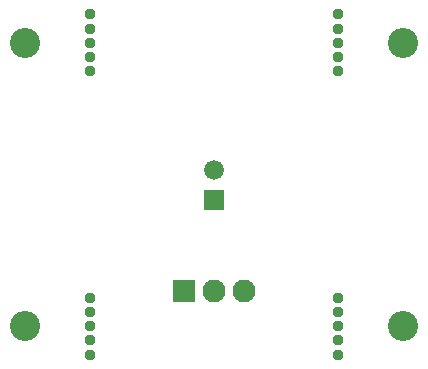
<source format=gbr>
%TF.GenerationSoftware,Altium Limited,Altium Designer,23.6.0 (18)*%
G04 Layer_Color=16711935*
%FSLAX45Y45*%
%MOMM*%
%TF.SameCoordinates,57B8E715-CDE8-4F81-9698-3B096703D57B*%
%TF.FilePolarity,Negative*%
%TF.FileFunction,Soldermask,Bot*%
%TF.Part,Single*%
G01*
G75*
%TA.AperFunction,ComponentPad*%
%ADD32R,1.95000X1.95000*%
%ADD33C,1.95000*%
%ADD34C,1.67400*%
%ADD35R,1.67400X1.67400*%
%TA.AperFunction,WasherPad*%
%ADD36C,0.95000*%
%TA.AperFunction,ViaPad*%
%ADD37C,2.55200*%
D32*
X-254000Y600000D02*
D03*
D33*
X0D02*
D03*
X254000D02*
D03*
D34*
X0Y1627000D02*
D03*
D35*
Y1373000D02*
D03*
D36*
X1050042Y2939997D02*
D03*
Y2819997D02*
D03*
Y2699997D02*
D03*
Y2579997D02*
D03*
Y2459997D02*
D03*
X-1049958Y2940000D02*
D03*
Y2820000D02*
D03*
Y2700000D02*
D03*
Y2580000D02*
D03*
Y2460000D02*
D03*
X1050000Y540000D02*
D03*
Y420000D02*
D03*
Y300000D02*
D03*
Y180000D02*
D03*
Y60000D02*
D03*
X-1050000D02*
D03*
Y180000D02*
D03*
Y300000D02*
D03*
Y420000D02*
D03*
Y540000D02*
D03*
D37*
X1600040Y2699998D02*
D03*
X-1599957Y2700000D02*
D03*
X1599999Y300001D02*
D03*
X-1600000Y300000D02*
D03*
%TF.MD5,bcac4c02f2bd1b29aaba2c346753d603*%
M02*

</source>
